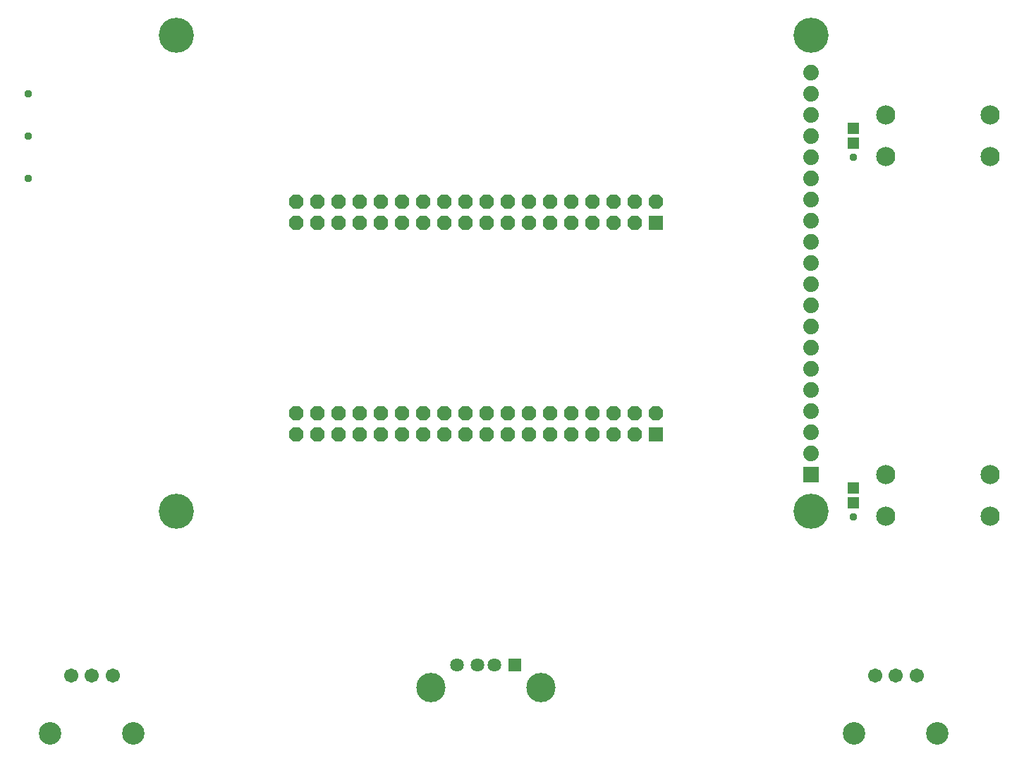
<source format=gbr>
G04 EAGLE Gerber RS-274X export*
G75*
%MOMM*%
%FSLAX34Y34*%
%LPD*%
%INSoldermask Bottom*%
%IPPOS*%
%AMOC8*
5,1,8,0,0,1.08239X$1,22.5*%
G01*
%ADD10R,1.631200X1.631200*%
%ADD11C,1.631200*%
%ADD12C,3.519200*%
%ADD13C,1.711200*%
%ADD14C,2.703200*%
%ADD15R,1.473200X1.346200*%
%ADD16C,2.303200*%
%ADD17R,1.879600X1.879600*%
%ADD18C,1.879600*%
%ADD19C,4.219200*%
%ADD20R,1.727200X1.727200*%
%ADD21P,1.869504X8X202.500000*%
%ADD22C,0.959600*%


D10*
X660400Y177800D03*
D11*
X635400Y177800D03*
X615400Y177800D03*
X590400Y177800D03*
D12*
X691100Y150700D03*
X559700Y150700D03*
D13*
X177400Y165100D03*
X152400Y165100D03*
X127400Y165100D03*
D14*
X202400Y95100D03*
X102400Y95100D03*
D13*
X1142600Y165100D03*
X1117600Y165100D03*
X1092600Y165100D03*
D14*
X1167600Y95100D03*
X1067600Y95100D03*
D15*
X1066800Y821690D03*
X1066800Y803910D03*
X1066800Y389890D03*
X1066800Y372110D03*
D16*
X1105900Y837800D03*
X1105900Y787800D03*
X1230900Y787800D03*
X1230900Y837800D03*
X1105900Y406000D03*
X1105900Y356000D03*
X1230900Y356000D03*
X1230900Y406000D03*
D17*
X1016000Y406400D03*
D18*
X1016000Y431800D03*
X1016000Y457200D03*
X1016000Y482600D03*
X1016000Y508000D03*
X1016000Y533400D03*
X1016000Y558800D03*
X1016000Y584200D03*
X1016000Y609600D03*
X1016000Y635000D03*
X1016000Y660400D03*
X1016000Y685800D03*
X1016000Y711200D03*
X1016000Y736600D03*
X1016000Y762000D03*
X1016000Y787400D03*
X1016000Y812800D03*
X1016000Y838200D03*
X1016000Y863600D03*
X1016000Y889000D03*
D19*
X1016000Y361950D03*
X1016000Y933450D03*
X254000Y361950D03*
X254000Y933450D03*
D20*
X829900Y454400D03*
D21*
X829900Y479800D03*
X804500Y454400D03*
X804500Y479800D03*
X779100Y454400D03*
X779100Y479800D03*
X753700Y454400D03*
X753700Y479800D03*
X728300Y454400D03*
X728300Y479800D03*
X702900Y454400D03*
X702900Y479800D03*
X677500Y454400D03*
X677500Y479800D03*
X652100Y454400D03*
X652100Y479800D03*
X626700Y454400D03*
X626700Y479800D03*
X601300Y454400D03*
X601300Y479800D03*
X575900Y454400D03*
X575900Y479800D03*
X550500Y454400D03*
X550500Y479800D03*
X525100Y454400D03*
X525100Y479800D03*
X499700Y454400D03*
X499700Y479800D03*
X474300Y454400D03*
X474300Y479800D03*
X448900Y454400D03*
X448900Y479800D03*
X423500Y454400D03*
X423500Y479800D03*
X398100Y454400D03*
X398100Y479800D03*
D20*
X829900Y708400D03*
D21*
X829900Y733800D03*
X804500Y708400D03*
X804500Y733800D03*
X779100Y708400D03*
X779100Y733800D03*
X753700Y708400D03*
X753700Y733800D03*
X728300Y708400D03*
X728300Y733800D03*
X702900Y708400D03*
X702900Y733800D03*
X677500Y708400D03*
X677500Y733800D03*
X652100Y708400D03*
X652100Y733800D03*
X626700Y708400D03*
X626700Y733800D03*
X601300Y708400D03*
X601300Y733800D03*
X575900Y708400D03*
X575900Y733800D03*
X550500Y708400D03*
X550500Y733800D03*
X525100Y708400D03*
X525100Y733800D03*
X499700Y708400D03*
X499700Y733800D03*
X474300Y708400D03*
X474300Y733800D03*
X448900Y708400D03*
X448900Y733800D03*
X423500Y708400D03*
X423500Y733800D03*
X398100Y708400D03*
X398100Y733800D03*
D22*
X76200Y762000D03*
X76200Y812800D03*
X76200Y863600D03*
X1066800Y355600D03*
X1066800Y787400D03*
M02*

</source>
